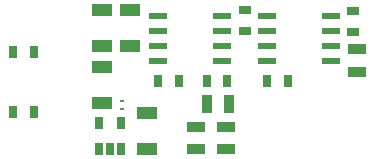
<source format=gbr>
G04 #@! TF.FileFunction,Paste,Top*
%FSLAX46Y46*%
G04 Gerber Fmt 4.6, Leading zero omitted, Abs format (unit mm)*
G04 Created by KiCad (PCBNEW 4.0.7-e2-6376~60~ubuntu17.10.1) date Wed Nov 22 12:07:43 2017*
%MOMM*%
%LPD*%
G01*
G04 APERTURE LIST*
%ADD10C,0.100000*%
%ADD11R,1.800000X1.070000*%
%ADD12R,0.360000X0.230000*%
%ADD13R,0.670000X1.000000*%
%ADD14R,1.000000X0.670000*%
%ADD15R,1.500000X0.970000*%
%ADD16R,0.970000X1.500000*%
%ADD17R,1.550000X0.600000*%
%ADD18R,0.650000X1.060000*%
G04 APERTURE END LIST*
D10*
D11*
X110200000Y-108200000D03*
X110200000Y-105190000D03*
X111600000Y-116900000D03*
X111600000Y-113890000D03*
D12*
X109500000Y-113500000D03*
X109500000Y-112900000D03*
D11*
X107800000Y-113000000D03*
X107800000Y-109990000D03*
D13*
X100285464Y-113800000D03*
X102035464Y-113800000D03*
X100285464Y-108704414D03*
X102035464Y-108704414D03*
X118450000Y-111200000D03*
X116700000Y-111200000D03*
D14*
X129100000Y-105250000D03*
X129100000Y-107000000D03*
D13*
X123550000Y-111200000D03*
X121800000Y-111200000D03*
D14*
X119900000Y-105200000D03*
X119900000Y-106950000D03*
D13*
X114350000Y-111200000D03*
X112600000Y-111200000D03*
D11*
X107800000Y-105190000D03*
X107800000Y-108200000D03*
D15*
X129400000Y-108500000D03*
X129400000Y-110410000D03*
X118315163Y-116968751D03*
X118315163Y-115058751D03*
X115815163Y-116968751D03*
X115815163Y-115058751D03*
D16*
X116690000Y-113100000D03*
X118600000Y-113100000D03*
D17*
X112600000Y-105695000D03*
X112600000Y-106965000D03*
X112600000Y-108235000D03*
X112600000Y-109505000D03*
X118000000Y-109505000D03*
X118000000Y-108235000D03*
X118000000Y-106965000D03*
X118000000Y-105695000D03*
X121800000Y-105695000D03*
X121800000Y-106965000D03*
X121800000Y-108235000D03*
X121800000Y-109505000D03*
X127200000Y-109505000D03*
X127200000Y-108235000D03*
X127200000Y-106965000D03*
X127200000Y-105695000D03*
D18*
X107550000Y-116900000D03*
X108500000Y-116900000D03*
X109450000Y-116900000D03*
X109450000Y-114700000D03*
X107550000Y-114700000D03*
M02*

</source>
